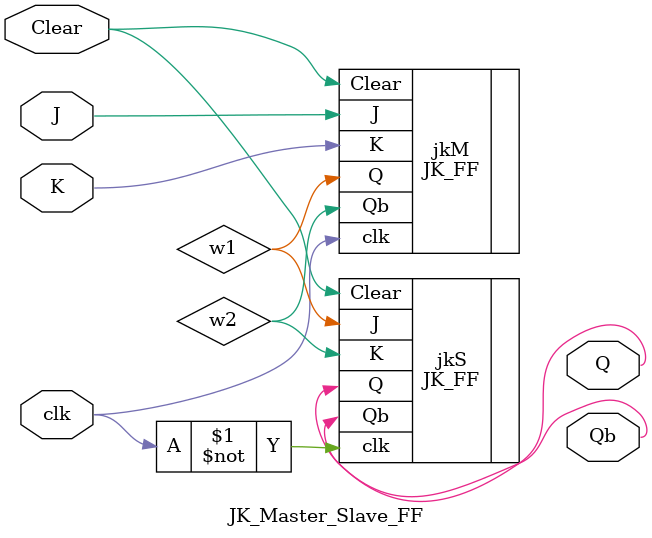
<source format=v>
module JK_Master_Slave_FF(J, K, clk, Q, Qb, Clear);

    output Q, Qb;
    input J, K, clk, Clear;
    
    wire w1, w2;
    
    JK_FF jkM(.J(J), .K(K), .Clear(Clear), .clk(clk), .Q(w1), .Qb(w2));
    JK_FF jkS(.J(w1), .K(w2), .Clear(Clear), .clk(~clk), .Q(Q), .Qb(Qb));

endmodule

</source>
